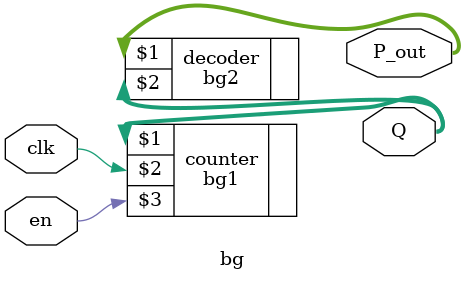
<source format=v>
module bg (P_out, Q, clk, en);
	input clk, en;
	output [2:0] P_out;
	output [2:0] Q;
	
	bg1 counter (Q, clk, en);    //八进制计数器
	bg2 decoder ( P_out, Q);    //译码器
	
endmodule
</source>
